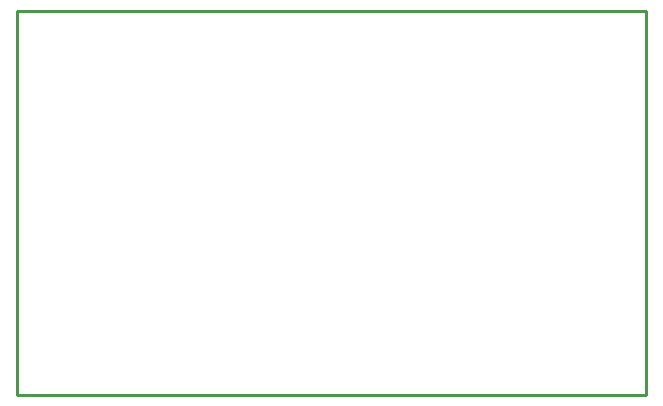
<source format=gbr>
G04 EAGLE Gerber RS-274X export*
G75*
%MOMM*%
%FSLAX34Y34*%
%LPD*%
%IN*%
%IPPOS*%
%AMOC8*
5,1,8,0,0,1.08239X$1,22.5*%
G01*
%ADD10C,0.254000*%


D10*
X0Y0D02*
X532300Y0D01*
X532300Y324900D01*
X0Y324900D01*
X0Y0D01*
M02*

</source>
